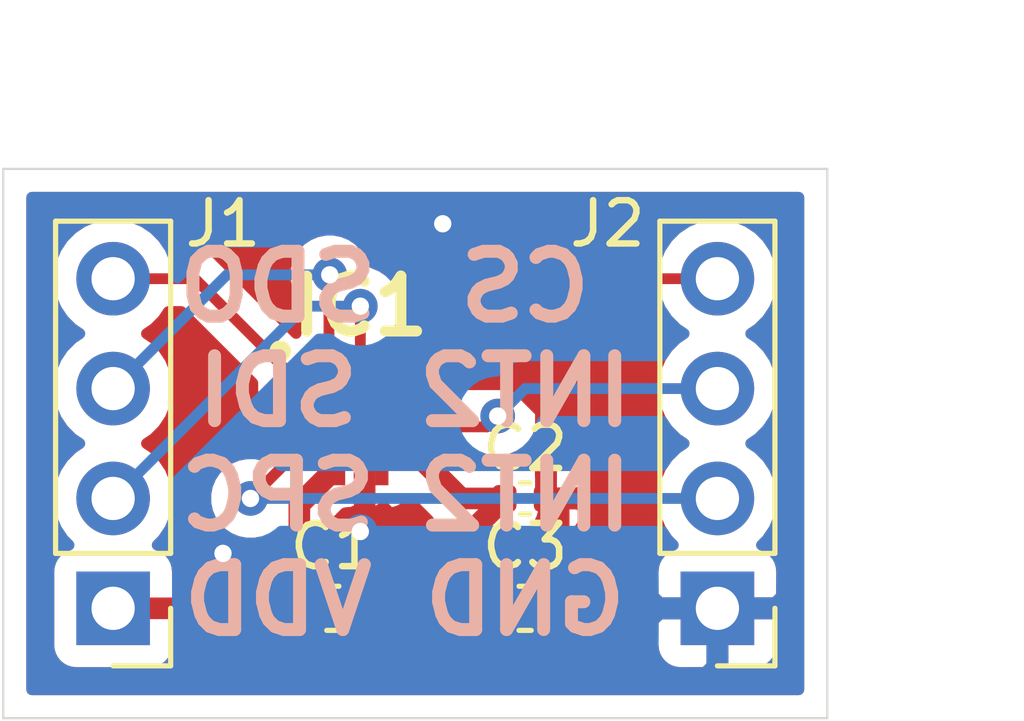
<source format=kicad_pcb>
(kicad_pcb (version 20171130) (host pcbnew 5.1.8-db9833491~87~ubuntu20.04.1)

  (general
    (thickness 1.6)
    (drawings 8)
    (tracks 55)
    (zones 0)
    (modules 6)
    (nets 12)
  )

  (page A4)
  (title_block
    (title ICM-42688-P_breakout)
    (date 2020-11-21)
    (rev V1.0.0)
    (company "teTra Aviation Corp.")
    (comment 1 "First test version")
    (comment 2 "Presented by Y. Nakagawa")
  )

  (layers
    (0 F.Cu signal)
    (31 B.Cu signal)
    (32 B.Adhes user)
    (33 F.Adhes user)
    (34 B.Paste user)
    (35 F.Paste user)
    (36 B.SilkS user)
    (37 F.SilkS user)
    (38 B.Mask user)
    (39 F.Mask user)
    (40 Dwgs.User user)
    (41 Cmts.User user)
    (42 Eco1.User user)
    (43 Eco2.User user)
    (44 Edge.Cuts user)
    (45 Margin user)
    (46 B.CrtYd user)
    (47 F.CrtYd user)
    (48 B.Fab user)
    (49 F.Fab user)
  )

  (setup
    (last_trace_width 0.25)
    (user_trace_width 0.5)
    (user_trace_width 0.75)
    (user_trace_width 1)
    (trace_clearance 0.2)
    (zone_clearance 0.508)
    (zone_45_only no)
    (trace_min 0.2)
    (via_size 0.8)
    (via_drill 0.4)
    (via_min_size 0.4)
    (via_min_drill 0.3)
    (uvia_size 0.3)
    (uvia_drill 0.1)
    (uvias_allowed no)
    (uvia_min_size 0.2)
    (uvia_min_drill 0.1)
    (edge_width 0.05)
    (segment_width 0.2)
    (pcb_text_width 0.3)
    (pcb_text_size 1.5 1.5)
    (mod_edge_width 0.12)
    (mod_text_size 1 1)
    (mod_text_width 0.15)
    (pad_size 1.524 1.524)
    (pad_drill 0.762)
    (pad_to_mask_clearance 0.05)
    (aux_axis_origin 0 0)
    (visible_elements FFFFFF7F)
    (pcbplotparams
      (layerselection 0x010fc_ffffffff)
      (usegerberextensions false)
      (usegerberattributes true)
      (usegerberadvancedattributes true)
      (creategerberjobfile true)
      (excludeedgelayer true)
      (linewidth 0.100000)
      (plotframeref false)
      (viasonmask false)
      (mode 1)
      (useauxorigin false)
      (hpglpennumber 1)
      (hpglpenspeed 20)
      (hpglpendiameter 15.000000)
      (psnegative false)
      (psa4output false)
      (plotreference true)
      (plotvalue true)
      (plotinvisibletext false)
      (padsonsilk false)
      (subtractmaskfromsilk false)
      (outputformat 1)
      (mirror false)
      (drillshape 0)
      (scaleselection 1)
      (outputdirectory "output/"))
  )

  (net 0 "")
  (net 1 "Net-(IC1-Pad14)")
  (net 2 "Net-(IC1-Pad13)")
  (net 3 "Net-(IC1-Pad12)")
  (net 4 "Net-(IC1-Pad10)")
  (net 5 "Net-(IC1-Pad9)")
  (net 6 "Net-(IC1-Pad4)")
  (net 7 "Net-(IC1-Pad3)")
  (net 8 "Net-(IC1-Pad2)")
  (net 9 "Net-(IC1-Pad1)")
  (net 10 "Net-(C1-Pad2)")
  (net 11 "Net-(C1-Pad1)")

  (net_class Default "This is the default net class."
    (clearance 0.2)
    (trace_width 0.25)
    (via_dia 0.8)
    (via_drill 0.4)
    (uvia_dia 0.3)
    (uvia_drill 0.1)
    (add_net "Net-(C1-Pad1)")
    (add_net "Net-(C1-Pad2)")
    (add_net "Net-(IC1-Pad1)")
    (add_net "Net-(IC1-Pad10)")
    (add_net "Net-(IC1-Pad12)")
    (add_net "Net-(IC1-Pad13)")
    (add_net "Net-(IC1-Pad14)")
    (add_net "Net-(IC1-Pad2)")
    (add_net "Net-(IC1-Pad3)")
    (add_net "Net-(IC1-Pad4)")
    (add_net "Net-(IC1-Pad9)")
  )

  (net_class 0.5 ""
    (clearance 0.2)
    (trace_width 0.5)
    (via_dia 0.8)
    (via_drill 0.4)
    (uvia_dia 0.3)
    (uvia_drill 0.1)
  )

  (net_class 1.0 ""
    (clearance 0.2)
    (trace_width 1)
    (via_dia 0.8)
    (via_drill 0.4)
    (uvia_dia 0.3)
    (uvia_drill 0.1)
  )

  (module Connector_PinHeader_2.54mm:PinHeader_1x04_P2.54mm_Vertical (layer F.Cu) (tedit 59FED5CC) (tstamp 5FB701DE)
    (at 142.875 94.615 180)
    (descr "Through hole straight pin header, 1x04, 2.54mm pitch, single row")
    (tags "Through hole pin header THT 1x04 2.54mm single row")
    (path /5FB69816)
    (fp_text reference J2 (at 2.54 8.89) (layer F.SilkS)
      (effects (font (size 1 1) (thickness 0.15)))
    )
    (fp_text value Conn_01x04_Female (at 0 9.95) (layer F.Fab) hide
      (effects (font (size 1 1) (thickness 0.15)))
    )
    (fp_line (start -0.635 -1.27) (end 1.27 -1.27) (layer F.Fab) (width 0.1))
    (fp_line (start 1.27 -1.27) (end 1.27 8.89) (layer F.Fab) (width 0.1))
    (fp_line (start 1.27 8.89) (end -1.27 8.89) (layer F.Fab) (width 0.1))
    (fp_line (start -1.27 8.89) (end -1.27 -0.635) (layer F.Fab) (width 0.1))
    (fp_line (start -1.27 -0.635) (end -0.635 -1.27) (layer F.Fab) (width 0.1))
    (fp_line (start -1.33 8.95) (end 1.33 8.95) (layer F.SilkS) (width 0.12))
    (fp_line (start -1.33 1.27) (end -1.33 8.95) (layer F.SilkS) (width 0.12))
    (fp_line (start 1.33 1.27) (end 1.33 8.95) (layer F.SilkS) (width 0.12))
    (fp_line (start -1.33 1.27) (end 1.33 1.27) (layer F.SilkS) (width 0.12))
    (fp_line (start -1.33 0) (end -1.33 -1.33) (layer F.SilkS) (width 0.12))
    (fp_line (start -1.33 -1.33) (end 0 -1.33) (layer F.SilkS) (width 0.12))
    (fp_line (start -1.8 -1.8) (end -1.8 9.4) (layer F.CrtYd) (width 0.05))
    (fp_line (start -1.8 9.4) (end 1.8 9.4) (layer F.CrtYd) (width 0.05))
    (fp_line (start 1.8 9.4) (end 1.8 -1.8) (layer F.CrtYd) (width 0.05))
    (fp_line (start 1.8 -1.8) (end -1.8 -1.8) (layer F.CrtYd) (width 0.05))
    (fp_text user %R (at 0 3.81 90) (layer F.Fab)
      (effects (font (size 1 1) (thickness 0.15)))
    )
    (pad 4 thru_hole oval (at 0 7.62 180) (size 1.7 1.7) (drill 1) (layers *.Cu *.Mask)
      (net 3 "Net-(IC1-Pad12)"))
    (pad 3 thru_hole oval (at 0 5.08 180) (size 1.7 1.7) (drill 1) (layers *.Cu *.Mask)
      (net 5 "Net-(IC1-Pad9)"))
    (pad 2 thru_hole oval (at 0 2.54 180) (size 1.7 1.7) (drill 1) (layers *.Cu *.Mask)
      (net 6 "Net-(IC1-Pad4)"))
    (pad 1 thru_hole rect (at 0 0 180) (size 1.7 1.7) (drill 1) (layers *.Cu *.Mask)
      (net 10 "Net-(C1-Pad2)"))
    (model ${KISYS3DMOD}/Connector_PinHeader_2.54mm.3dshapes/PinHeader_1x04_P2.54mm_Vertical.wrl
      (at (xyz 0 0 0))
      (scale (xyz 1 1 1))
      (rotate (xyz 0 0 0))
    )
  )

  (module Connector_PinHeader_2.54mm:PinHeader_1x04_P2.54mm_Vertical (layer F.Cu) (tedit 59FED5CC) (tstamp 5FB701C6)
    (at 128.905 94.615 180)
    (descr "Through hole straight pin header, 1x04, 2.54mm pitch, single row")
    (tags "Through hole pin header THT 1x04 2.54mm single row")
    (path /5FB68F7F)
    (fp_text reference J1 (at -2.54 8.89) (layer F.SilkS)
      (effects (font (size 1 1) (thickness 0.15)))
    )
    (fp_text value Conn_01x04_Female (at -8.255 8.255) (layer F.Fab) hide
      (effects (font (size 1 1) (thickness 0.15)))
    )
    (fp_line (start -0.635 -1.27) (end 1.27 -1.27) (layer F.Fab) (width 0.1))
    (fp_line (start 1.27 -1.27) (end 1.27 8.89) (layer F.Fab) (width 0.1))
    (fp_line (start 1.27 8.89) (end -1.27 8.89) (layer F.Fab) (width 0.1))
    (fp_line (start -1.27 8.89) (end -1.27 -0.635) (layer F.Fab) (width 0.1))
    (fp_line (start -1.27 -0.635) (end -0.635 -1.27) (layer F.Fab) (width 0.1))
    (fp_line (start -1.33 8.95) (end 1.33 8.95) (layer F.SilkS) (width 0.12))
    (fp_line (start -1.33 1.27) (end -1.33 8.95) (layer F.SilkS) (width 0.12))
    (fp_line (start 1.33 1.27) (end 1.33 8.95) (layer F.SilkS) (width 0.12))
    (fp_line (start -1.33 1.27) (end 1.33 1.27) (layer F.SilkS) (width 0.12))
    (fp_line (start -1.33 0) (end -1.33 -1.33) (layer F.SilkS) (width 0.12))
    (fp_line (start -1.33 -1.33) (end 0 -1.33) (layer F.SilkS) (width 0.12))
    (fp_line (start -1.8 -1.8) (end -1.8 9.4) (layer F.CrtYd) (width 0.05))
    (fp_line (start -1.8 9.4) (end 1.8 9.4) (layer F.CrtYd) (width 0.05))
    (fp_line (start 1.8 9.4) (end 1.8 -1.8) (layer F.CrtYd) (width 0.05))
    (fp_line (start 1.8 -1.8) (end -1.8 -1.8) (layer F.CrtYd) (width 0.05))
    (fp_text user %R (at 0 3.81 90) (layer F.Fab)
      (effects (font (size 1 1) (thickness 0.15)))
    )
    (pad 4 thru_hole oval (at 0 7.62 180) (size 1.7 1.7) (drill 1) (layers *.Cu *.Mask)
      (net 9 "Net-(IC1-Pad1)"))
    (pad 3 thru_hole oval (at 0 5.08 180) (size 1.7 1.7) (drill 1) (layers *.Cu *.Mask)
      (net 1 "Net-(IC1-Pad14)"))
    (pad 2 thru_hole oval (at 0 2.54 180) (size 1.7 1.7) (drill 1) (layers *.Cu *.Mask)
      (net 2 "Net-(IC1-Pad13)"))
    (pad 1 thru_hole rect (at 0 0 180) (size 1.7 1.7) (drill 1) (layers *.Cu *.Mask)
      (net 11 "Net-(C1-Pad1)"))
    (model ${KISYS3DMOD}/Connector_PinHeader_2.54mm.3dshapes/PinHeader_1x04_P2.54mm_Vertical.wrl
      (at (xyz 0 0 0))
      (scale (xyz 1 1 1))
      (rotate (xyz 0 0 0))
    )
  )

  (module Capacitor_SMD:C_0603_1608Metric (layer F.Cu) (tedit 5F68FEEE) (tstamp 5FB70176)
    (at 138.43 94.615)
    (descr "Capacitor SMD 0603 (1608 Metric), square (rectangular) end terminal, IPC_7351 nominal, (Body size source: IPC-SM-782 page 76, https://www.pcb-3d.com/wordpress/wp-content/uploads/ipc-sm-782a_amendment_1_and_2.pdf), generated with kicad-footprint-generator")
    (tags capacitor)
    (path /5FB6BB41)
    (attr smd)
    (fp_text reference C3 (at 0 -1.43) (layer F.SilkS)
      (effects (font (size 1 1) (thickness 0.15)))
    )
    (fp_text value 22uF (at 0 1.43) (layer F.Fab) hide
      (effects (font (size 1 1) (thickness 0.15)))
    )
    (fp_line (start -0.8 0.4) (end -0.8 -0.4) (layer F.Fab) (width 0.1))
    (fp_line (start -0.8 -0.4) (end 0.8 -0.4) (layer F.Fab) (width 0.1))
    (fp_line (start 0.8 -0.4) (end 0.8 0.4) (layer F.Fab) (width 0.1))
    (fp_line (start 0.8 0.4) (end -0.8 0.4) (layer F.Fab) (width 0.1))
    (fp_line (start -0.14058 -0.51) (end 0.14058 -0.51) (layer F.SilkS) (width 0.12))
    (fp_line (start -0.14058 0.51) (end 0.14058 0.51) (layer F.SilkS) (width 0.12))
    (fp_line (start -1.48 0.73) (end -1.48 -0.73) (layer F.CrtYd) (width 0.05))
    (fp_line (start -1.48 -0.73) (end 1.48 -0.73) (layer F.CrtYd) (width 0.05))
    (fp_line (start 1.48 -0.73) (end 1.48 0.73) (layer F.CrtYd) (width 0.05))
    (fp_line (start 1.48 0.73) (end -1.48 0.73) (layer F.CrtYd) (width 0.05))
    (fp_text user %R (at 0 0) (layer F.Fab)
      (effects (font (size 0.4 0.4) (thickness 0.06)))
    )
    (pad 2 smd roundrect (at 0.775 0) (size 0.9 0.95) (layers F.Cu F.Paste F.Mask) (roundrect_rratio 0.25)
      (net 10 "Net-(C1-Pad2)"))
    (pad 1 smd roundrect (at -0.775 0) (size 0.9 0.95) (layers F.Cu F.Paste F.Mask) (roundrect_rratio 0.25)
      (net 11 "Net-(C1-Pad1)"))
    (model ${KISYS3DMOD}/Capacitor_SMD.3dshapes/C_0603_1608Metric.wrl
      (at (xyz 0 0 0))
      (scale (xyz 1 1 1))
      (rotate (xyz 0 0 0))
    )
  )

  (module Capacitor_SMD:C_0402_1005Metric (layer F.Cu) (tedit 5F68FEEE) (tstamp 5FB70165)
    (at 138.43 92.075)
    (descr "Capacitor SMD 0402 (1005 Metric), square (rectangular) end terminal, IPC_7351 nominal, (Body size source: IPC-SM-782 page 76, https://www.pcb-3d.com/wordpress/wp-content/uploads/ipc-sm-782a_amendment_1_and_2.pdf), generated with kicad-footprint-generator")
    (tags capacitor)
    (path /5FB6ADE9)
    (attr smd)
    (fp_text reference C2 (at 0 -1.16) (layer F.SilkS)
      (effects (font (size 1 1) (thickness 0.15)))
    )
    (fp_text value 0.1uF (at 0 1.16) (layer F.Fab) hide
      (effects (font (size 1 1) (thickness 0.15)))
    )
    (fp_line (start -0.5 0.25) (end -0.5 -0.25) (layer F.Fab) (width 0.1))
    (fp_line (start -0.5 -0.25) (end 0.5 -0.25) (layer F.Fab) (width 0.1))
    (fp_line (start 0.5 -0.25) (end 0.5 0.25) (layer F.Fab) (width 0.1))
    (fp_line (start 0.5 0.25) (end -0.5 0.25) (layer F.Fab) (width 0.1))
    (fp_line (start -0.107836 -0.36) (end 0.107836 -0.36) (layer F.SilkS) (width 0.12))
    (fp_line (start -0.107836 0.36) (end 0.107836 0.36) (layer F.SilkS) (width 0.12))
    (fp_line (start -0.91 0.46) (end -0.91 -0.46) (layer F.CrtYd) (width 0.05))
    (fp_line (start -0.91 -0.46) (end 0.91 -0.46) (layer F.CrtYd) (width 0.05))
    (fp_line (start 0.91 -0.46) (end 0.91 0.46) (layer F.CrtYd) (width 0.05))
    (fp_line (start 0.91 0.46) (end -0.91 0.46) (layer F.CrtYd) (width 0.05))
    (fp_text user %R (at 0 0) (layer F.Fab)
      (effects (font (size 0.25 0.25) (thickness 0.04)))
    )
    (pad 2 smd roundrect (at 0.48 0) (size 0.56 0.62) (layers F.Cu F.Paste F.Mask) (roundrect_rratio 0.25)
      (net 10 "Net-(C1-Pad2)"))
    (pad 1 smd roundrect (at -0.48 0) (size 0.56 0.62) (layers F.Cu F.Paste F.Mask) (roundrect_rratio 0.25)
      (net 11 "Net-(C1-Pad1)"))
    (model ${KISYS3DMOD}/Capacitor_SMD.3dshapes/C_0402_1005Metric.wrl
      (at (xyz 0 0 0))
      (scale (xyz 1 1 1))
      (rotate (xyz 0 0 0))
    )
  )

  (module Capacitor_SMD:C_0603_1608Metric (layer F.Cu) (tedit 5F68FEEE) (tstamp 5FB70154)
    (at 133.985 94.615)
    (descr "Capacitor SMD 0603 (1608 Metric), square (rectangular) end terminal, IPC_7351 nominal, (Body size source: IPC-SM-782 page 76, https://www.pcb-3d.com/wordpress/wp-content/uploads/ipc-sm-782a_amendment_1_and_2.pdf), generated with kicad-footprint-generator")
    (tags capacitor)
    (path /5FB6B367)
    (attr smd)
    (fp_text reference C1 (at 0 -1.43) (layer F.SilkS)
      (effects (font (size 1 1) (thickness 0.15)))
    )
    (fp_text value 0.01uF (at 0 1.43) (layer F.Fab) hide
      (effects (font (size 1 1) (thickness 0.15)))
    )
    (fp_line (start -0.8 0.4) (end -0.8 -0.4) (layer F.Fab) (width 0.1))
    (fp_line (start -0.8 -0.4) (end 0.8 -0.4) (layer F.Fab) (width 0.1))
    (fp_line (start 0.8 -0.4) (end 0.8 0.4) (layer F.Fab) (width 0.1))
    (fp_line (start 0.8 0.4) (end -0.8 0.4) (layer F.Fab) (width 0.1))
    (fp_line (start -0.14058 -0.51) (end 0.14058 -0.51) (layer F.SilkS) (width 0.12))
    (fp_line (start -0.14058 0.51) (end 0.14058 0.51) (layer F.SilkS) (width 0.12))
    (fp_line (start -1.48 0.73) (end -1.48 -0.73) (layer F.CrtYd) (width 0.05))
    (fp_line (start -1.48 -0.73) (end 1.48 -0.73) (layer F.CrtYd) (width 0.05))
    (fp_line (start 1.48 -0.73) (end 1.48 0.73) (layer F.CrtYd) (width 0.05))
    (fp_line (start 1.48 0.73) (end -1.48 0.73) (layer F.CrtYd) (width 0.05))
    (fp_text user %R (at 0 0) (layer F.Fab)
      (effects (font (size 0.4 0.4) (thickness 0.06)))
    )
    (pad 2 smd roundrect (at 0.775 0) (size 0.9 0.95) (layers F.Cu F.Paste F.Mask) (roundrect_rratio 0.25)
      (net 10 "Net-(C1-Pad2)"))
    (pad 1 smd roundrect (at -0.775 0) (size 0.9 0.95) (layers F.Cu F.Paste F.Mask) (roundrect_rratio 0.25)
      (net 11 "Net-(C1-Pad1)"))
    (model ${KISYS3DMOD}/Capacitor_SMD.3dshapes/C_0603_1608Metric.wrl
      (at (xyz 0 0 0))
      (scale (xyz 1 1 1))
      (rotate (xyz 0 0 0))
    )
  )

  (module LibraryLoader:QFN50P300X250X97-14N (layer F.Cu) (tedit 0) (tstamp 5F7DFBDC)
    (at 134.62 90.17)
    (descr "14 Lead LGA")
    (tags "Integrated Circuit")
    (path /5F7D9925)
    (attr smd)
    (fp_text reference IC1 (at 0 -2.54) (layer F.SilkS)
      (effects (font (size 1.27 1.27) (thickness 0.254)))
    )
    (fp_text value ICM-42688-P (at 0 0) (layer F.SilkS) hide
      (effects (font (size 1.27 1.27) (thickness 0.254)))
    )
    (fp_circle (center -1.85 -1.5) (end -1.85 -1.375) (layer F.SilkS) (width 0.25))
    (fp_line (start -1.5 -0.75) (end -1 -1.25) (layer F.Fab) (width 0.1))
    (fp_line (start -1.5 1.25) (end -1.5 -1.25) (layer F.Fab) (width 0.1))
    (fp_line (start 1.5 1.25) (end -1.5 1.25) (layer F.Fab) (width 0.1))
    (fp_line (start 1.5 -1.25) (end 1.5 1.25) (layer F.Fab) (width 0.1))
    (fp_line (start -1.5 -1.25) (end 1.5 -1.25) (layer F.Fab) (width 0.1))
    (fp_line (start -2.1 1.85) (end -2.1 -1.85) (layer F.CrtYd) (width 0.05))
    (fp_line (start 2.1 1.85) (end -2.1 1.85) (layer F.CrtYd) (width 0.05))
    (fp_line (start 2.1 -1.85) (end 2.1 1.85) (layer F.CrtYd) (width 0.05))
    (fp_line (start -2.1 -1.85) (end 2.1 -1.85) (layer F.CrtYd) (width 0.05))
    (fp_text user %R (at 3.81 -3.175) (layer F.Fab) hide
      (effects (font (size 1.27 1.27) (thickness 0.254)))
    )
    (pad 14 smd rect (at -0.5 -1.15) (size 0.3 0.9) (layers F.Cu F.Paste F.Mask)
      (net 1 "Net-(IC1-Pad14)"))
    (pad 13 smd rect (at 0 -1.15) (size 0.3 0.9) (layers F.Cu F.Paste F.Mask)
      (net 2 "Net-(IC1-Pad13)"))
    (pad 12 smd rect (at 0.5 -1.15) (size 0.3 0.9) (layers F.Cu F.Paste F.Mask)
      (net 3 "Net-(IC1-Pad12)"))
    (pad 11 smd rect (at 1.4 -0.75 90) (size 0.3 0.9) (layers F.Cu F.Paste F.Mask)
      (net 10 "Net-(C1-Pad2)"))
    (pad 10 smd rect (at 1.4 -0.25 90) (size 0.3 0.9) (layers F.Cu F.Paste F.Mask)
      (net 4 "Net-(IC1-Pad10)"))
    (pad 9 smd rect (at 1.4 0.25 90) (size 0.3 0.9) (layers F.Cu F.Paste F.Mask)
      (net 5 "Net-(IC1-Pad9)"))
    (pad 8 smd rect (at 1.4 0.75 90) (size 0.3 0.9) (layers F.Cu F.Paste F.Mask)
      (net 11 "Net-(C1-Pad1)"))
    (pad 7 smd rect (at 0.5 1.15) (size 0.3 0.9) (layers F.Cu F.Paste F.Mask)
      (net 10 "Net-(C1-Pad2)"))
    (pad 6 smd rect (at 0 1.15) (size 0.3 0.9) (layers F.Cu F.Paste F.Mask)
      (net 10 "Net-(C1-Pad2)"))
    (pad 5 smd rect (at -0.5 1.15) (size 0.3 0.9) (layers F.Cu F.Paste F.Mask)
      (net 11 "Net-(C1-Pad1)"))
    (pad 4 smd rect (at -1.4 0.75 90) (size 0.3 0.9) (layers F.Cu F.Paste F.Mask)
      (net 6 "Net-(IC1-Pad4)"))
    (pad 3 smd rect (at -1.4 0.25 90) (size 0.3 0.9) (layers F.Cu F.Paste F.Mask)
      (net 7 "Net-(IC1-Pad3)"))
    (pad 2 smd rect (at -1.4 -0.25 90) (size 0.3 0.9) (layers F.Cu F.Paste F.Mask)
      (net 8 "Net-(IC1-Pad2)"))
    (pad 1 smd rect (at -1.4 -0.75 90) (size 0.3 0.9) (layers F.Cu F.Paste F.Mask)
      (net 9 "Net-(IC1-Pad1)"))
    (model C:\SamacSys_PCB_Library\KiCad\SamacSys_Parts.3dshapes\ICM-42688-P.stp
      (at (xyz 0 0 0))
      (scale (xyz 1 1 1))
      (rotate (xyz 0 0 0))
    )
  )

  (dimension 12.7 (width 0.15) (layer Dwgs.User)
    (gr_text "12.700 mm" (at 148.62 90.805 270) (layer Dwgs.User)
      (effects (font (size 1 1) (thickness 0.15)))
    )
    (feature1 (pts (xy 145.415 97.155) (xy 147.906421 97.155)))
    (feature2 (pts (xy 145.415 84.455) (xy 147.906421 84.455)))
    (crossbar (pts (xy 147.32 84.455) (xy 147.32 97.155)))
    (arrow1a (pts (xy 147.32 97.155) (xy 146.733579 96.028496)))
    (arrow1b (pts (xy 147.32 97.155) (xy 147.906421 96.028496)))
    (arrow2a (pts (xy 147.32 84.455) (xy 146.733579 85.581504)))
    (arrow2b (pts (xy 147.32 84.455) (xy 147.906421 85.581504)))
  )
  (dimension 19.05 (width 0.15) (layer Dwgs.User)
    (gr_text "19.050 mm" (at 135.89 81.25) (layer Dwgs.User)
      (effects (font (size 1 1) (thickness 0.15)))
    )
    (feature1 (pts (xy 145.415 84.455) (xy 145.415 81.963579)))
    (feature2 (pts (xy 126.365 84.455) (xy 126.365 81.963579)))
    (crossbar (pts (xy 126.365 82.55) (xy 145.415 82.55)))
    (arrow1a (pts (xy 145.415 82.55) (xy 144.288496 83.136421)))
    (arrow1b (pts (xy 145.415 82.55) (xy 144.288496 81.963579)))
    (arrow2a (pts (xy 126.365 82.55) (xy 127.491504 83.136421)))
    (arrow2b (pts (xy 126.365 82.55) (xy 127.491504 81.963579)))
  )
  (gr_line (start 145.415 84.455) (end 126.365 84.455) (layer Edge.Cuts) (width 0.05) (tstamp 5FB8C2D9))
  (gr_line (start 145.415 97.155) (end 145.415 84.455) (layer Edge.Cuts) (width 0.05))
  (gr_line (start 126.365 97.155) (end 145.415 97.155) (layer Edge.Cuts) (width 0.05))
  (gr_line (start 126.365 84.455) (end 126.365 97.155) (layer Edge.Cuts) (width 0.05))
  (gr_text "CS\nINT2\nINT2\nGND" (at 138.43 90.805) (layer B.SilkS)
    (effects (font (size 1.5 1.5) (thickness 0.3)) (justify mirror))
  )
  (gr_text "SDO\nSDI\nSPC\nVDD" (at 132.715 90.805) (layer B.SilkS)
    (effects (font (size 1.5 1.5) (thickness 0.3)) (justify mirror))
  )

  (via (at 133.912892 86.905) (size 0.8) (drill 0.4) (layers F.Cu B.Cu) (net 1))
  (segment (start 131.535 86.905) (end 133.912892 86.905) (width 0.25) (layer B.Cu) (net 1))
  (segment (start 128.905 89.535) (end 131.535 86.905) (width 0.25) (layer B.Cu) (net 1))
  (segment (start 133.894999 87.281999) (end 133.894999 88.794999) (width 0.25) (layer F.Cu) (net 1))
  (segment (start 133.894999 88.794999) (end 134.12 89.02) (width 0.25) (layer F.Cu) (net 1))
  (segment (start 133.912892 87.264106) (end 133.894999 87.281999) (width 0.25) (layer F.Cu) (net 1))
  (segment (start 133.912892 86.905) (end 133.912892 87.264106) (width 0.25) (layer F.Cu) (net 1))
  (via (at 134.62 87.63) (size 0.8) (drill 0.4) (layers F.Cu B.Cu) (net 2))
  (segment (start 133.35 87.63) (end 134.62 87.63) (width 0.25) (layer B.Cu) (net 2))
  (segment (start 128.905 92.075) (end 133.35 87.63) (width 0.25) (layer B.Cu) (net 2))
  (segment (start 134.62 87.63) (end 134.62 89.02) (width 0.25) (layer F.Cu) (net 2))
  (segment (start 137.145 86.995) (end 135.12 89.02) (width 0.25) (layer F.Cu) (net 3))
  (segment (start 142.875 86.995) (end 137.145 86.995) (width 0.25) (layer F.Cu) (net 3))
  (via (at 137.795 90.17) (size 0.8) (drill 0.4) (layers F.Cu B.Cu) (net 5))
  (segment (start 138.43 89.535) (end 137.795 90.17) (width 0.25) (layer B.Cu) (net 5))
  (segment (start 142.875 89.535) (end 138.43 89.535) (width 0.25) (layer B.Cu) (net 5))
  (segment (start 137.545 90.42) (end 136.02 90.42) (width 0.25) (layer F.Cu) (net 5))
  (segment (start 137.795 90.17) (end 137.545 90.42) (width 0.25) (layer F.Cu) (net 5))
  (via (at 132.08 92.075) (size 0.8) (drill 0.4) (layers F.Cu B.Cu) (net 6))
  (segment (start 133.22 90.935) (end 132.08 92.075) (width 0.25) (layer F.Cu) (net 6))
  (segment (start 133.22 90.92) (end 133.22 90.935) (width 0.25) (layer F.Cu) (net 6))
  (segment (start 132.08 92.075) (end 142.875 92.075) (width 0.25) (layer B.Cu) (net 6))
  (segment (start 130.795 86.995) (end 133.22 89.42) (width 0.25) (layer F.Cu) (net 9))
  (segment (start 128.905 86.995) (end 130.795 86.995) (width 0.25) (layer F.Cu) (net 9))
  (segment (start 142.875 94.615) (end 139.205 94.615) (width 0.5) (layer F.Cu) (net 10))
  (segment (start 139.205 92.37) (end 138.91 92.075) (width 0.5) (layer F.Cu) (net 10))
  (segment (start 139.205 94.615) (end 139.205 92.37) (width 0.5) (layer F.Cu) (net 10))
  (segment (start 135.68501 95.54001) (end 134.76 94.615) (width 0.5) (layer F.Cu) (net 10))
  (segment (start 138.27999 95.54001) (end 135.68501 95.54001) (width 0.5) (layer F.Cu) (net 10))
  (segment (start 139.205 94.615) (end 138.27999 95.54001) (width 0.5) (layer F.Cu) (net 10))
  (via (at 134.62 92.83999) (size 0.8) (drill 0.4) (layers F.Cu B.Cu) (net 10))
  (segment (start 136.39501 94.615) (end 134.62 92.83999) (width 0.5) (layer B.Cu) (net 10))
  (segment (start 142.875 94.615) (end 136.39501 94.615) (width 0.5) (layer B.Cu) (net 10))
  (segment (start 134.720001 92.739989) (end 134.720001 91.32) (width 0.5) (layer F.Cu) (net 10))
  (segment (start 134.62 92.83999) (end 134.720001 92.739989) (width 0.5) (layer F.Cu) (net 10))
  (segment (start 136.830001 89.319999) (end 136.02 89.319999) (width 0.5) (layer F.Cu) (net 10))
  (segment (start 138.203001 89.319999) (end 136.830001 89.319999) (width 0.5) (layer F.Cu) (net 10))
  (segment (start 138.91 90.026998) (end 138.203001 89.319999) (width 0.5) (layer F.Cu) (net 10))
  (segment (start 138.91 92.075) (end 138.91 90.026998) (width 0.5) (layer F.Cu) (net 10))
  (via (at 136.525 85.725) (size 0.8) (drill 0.4) (layers F.Cu B.Cu) (net 10))
  (via (at 131.445 93.345) (size 0.8) (drill 0.4) (layers F.Cu B.Cu) (net 10))
  (segment (start 128.905 94.615) (end 133.21 94.615) (width 0.5) (layer F.Cu) (net 11))
  (segment (start 133.36001 93.68999) (end 133.21 93.84) (width 0.5) (layer F.Cu) (net 11))
  (segment (start 136.72999 93.68999) (end 133.36001 93.68999) (width 0.5) (layer F.Cu) (net 11))
  (segment (start 137.655 94.615) (end 136.72999 93.68999) (width 0.5) (layer F.Cu) (net 11))
  (segment (start 133.21 94.615) (end 133.21 93.84) (width 0.5) (layer F.Cu) (net 11))
  (segment (start 136.72999 93.29501) (end 137.95 92.075) (width 0.5) (layer F.Cu) (net 11))
  (segment (start 136.72999 93.68999) (end 136.72999 93.29501) (width 0.5) (layer F.Cu) (net 11))
  (segment (start 137.95 92.075) (end 136.944999 92.075) (width 0.5) (layer F.Cu) (net 11))
  (segment (start 136.02 91.150001) (end 136.02 91.020001) (width 0.5) (layer F.Cu) (net 11))
  (segment (start 136.944999 92.075) (end 136.02 91.150001) (width 0.5) (layer F.Cu) (net 11))
  (segment (start 133.21 94.615) (end 133.21 92.215) (width 0.5) (layer F.Cu) (net 11))
  (segment (start 133.21 92.215) (end 133.904999 91.520001) (width 0.5) (layer F.Cu) (net 11))
  (segment (start 133.919999 91.520001) (end 134.12 91.32) (width 0.25) (layer F.Cu) (net 11))
  (segment (start 133.904999 91.520001) (end 133.919999 91.520001) (width 0.25) (layer F.Cu) (net 11))

  (zone (net 10) (net_name "Net-(C1-Pad2)") (layer B.Cu) (tstamp 5FB8C57E) (hatch edge 0.508)
    (connect_pads (clearance 0.508))
    (min_thickness 0.254)
    (fill yes (arc_segments 32) (thermal_gap 0.508) (thermal_bridge_width 0.508))
    (polygon
      (pts
        (xy 145.415 97.155) (xy 126.365 97.155) (xy 126.365 84.455) (xy 145.415 84.455)
      )
    )
    (filled_polygon
      (pts
        (xy 144.755 96.495) (xy 127.025 96.495) (xy 127.025 93.765) (xy 127.416928 93.765) (xy 127.416928 95.465)
        (xy 127.429188 95.589482) (xy 127.465498 95.70918) (xy 127.524463 95.819494) (xy 127.603815 95.916185) (xy 127.700506 95.995537)
        (xy 127.81082 96.054502) (xy 127.930518 96.090812) (xy 128.055 96.103072) (xy 129.755 96.103072) (xy 129.879482 96.090812)
        (xy 129.99918 96.054502) (xy 130.109494 95.995537) (xy 130.206185 95.916185) (xy 130.285537 95.819494) (xy 130.344502 95.70918)
        (xy 130.380812 95.589482) (xy 130.393072 95.465) (xy 141.386928 95.465) (xy 141.399188 95.589482) (xy 141.435498 95.70918)
        (xy 141.494463 95.819494) (xy 141.573815 95.916185) (xy 141.670506 95.995537) (xy 141.78082 96.054502) (xy 141.900518 96.090812)
        (xy 142.025 96.103072) (xy 142.58925 96.1) (xy 142.748 95.94125) (xy 142.748 94.742) (xy 143.002 94.742)
        (xy 143.002 95.94125) (xy 143.16075 96.1) (xy 143.725 96.103072) (xy 143.849482 96.090812) (xy 143.96918 96.054502)
        (xy 144.079494 95.995537) (xy 144.176185 95.916185) (xy 144.255537 95.819494) (xy 144.314502 95.70918) (xy 144.350812 95.589482)
        (xy 144.363072 95.465) (xy 144.36 94.90075) (xy 144.20125 94.742) (xy 143.002 94.742) (xy 142.748 94.742)
        (xy 141.54875 94.742) (xy 141.39 94.90075) (xy 141.386928 95.465) (xy 130.393072 95.465) (xy 130.393072 93.765)
        (xy 130.380812 93.640518) (xy 130.344502 93.52082) (xy 130.285537 93.410506) (xy 130.206185 93.313815) (xy 130.109494 93.234463)
        (xy 129.99918 93.175498) (xy 129.92662 93.153487) (xy 130.058475 93.021632) (xy 130.22099 92.778411) (xy 130.332932 92.508158)
        (xy 130.39 92.22126) (xy 130.39 91.973061) (xy 131.045 91.973061) (xy 131.045 92.176939) (xy 131.084774 92.376898)
        (xy 131.162795 92.565256) (xy 131.276063 92.734774) (xy 131.420226 92.878937) (xy 131.589744 92.992205) (xy 131.778102 93.070226)
        (xy 131.978061 93.11) (xy 132.181939 93.11) (xy 132.381898 93.070226) (xy 132.570256 92.992205) (xy 132.739774 92.878937)
        (xy 132.783711 92.835) (xy 141.596822 92.835) (xy 141.721525 93.021632) (xy 141.85338 93.153487) (xy 141.78082 93.175498)
        (xy 141.670506 93.234463) (xy 141.573815 93.313815) (xy 141.494463 93.410506) (xy 141.435498 93.52082) (xy 141.399188 93.640518)
        (xy 141.386928 93.765) (xy 141.39 94.32925) (xy 141.54875 94.488) (xy 142.748 94.488) (xy 142.748 94.468)
        (xy 143.002 94.468) (xy 143.002 94.488) (xy 144.20125 94.488) (xy 144.36 94.32925) (xy 144.363072 93.765)
        (xy 144.350812 93.640518) (xy 144.314502 93.52082) (xy 144.255537 93.410506) (xy 144.176185 93.313815) (xy 144.079494 93.234463)
        (xy 143.96918 93.175498) (xy 143.89662 93.153487) (xy 144.028475 93.021632) (xy 144.19099 92.778411) (xy 144.302932 92.508158)
        (xy 144.36 92.22126) (xy 144.36 91.92874) (xy 144.302932 91.641842) (xy 144.19099 91.371589) (xy 144.028475 91.128368)
        (xy 143.821632 90.921525) (xy 143.64724 90.805) (xy 143.821632 90.688475) (xy 144.028475 90.481632) (xy 144.19099 90.238411)
        (xy 144.302932 89.968158) (xy 144.36 89.68126) (xy 144.36 89.38874) (xy 144.302932 89.101842) (xy 144.19099 88.831589)
        (xy 144.028475 88.588368) (xy 143.821632 88.381525) (xy 143.64724 88.265) (xy 143.821632 88.148475) (xy 144.028475 87.941632)
        (xy 144.19099 87.698411) (xy 144.302932 87.428158) (xy 144.36 87.14126) (xy 144.36 86.84874) (xy 144.302932 86.561842)
        (xy 144.19099 86.291589) (xy 144.028475 86.048368) (xy 143.821632 85.841525) (xy 143.578411 85.67901) (xy 143.308158 85.567068)
        (xy 143.02126 85.51) (xy 142.72874 85.51) (xy 142.441842 85.567068) (xy 142.171589 85.67901) (xy 141.928368 85.841525)
        (xy 141.721525 86.048368) (xy 141.55901 86.291589) (xy 141.447068 86.561842) (xy 141.39 86.84874) (xy 141.39 87.14126)
        (xy 141.447068 87.428158) (xy 141.55901 87.698411) (xy 141.721525 87.941632) (xy 141.928368 88.148475) (xy 142.10276 88.265)
        (xy 141.928368 88.381525) (xy 141.721525 88.588368) (xy 141.596822 88.775) (xy 138.467333 88.775) (xy 138.43 88.771323)
        (xy 138.392667 88.775) (xy 138.281014 88.785997) (xy 138.137753 88.829454) (xy 138.005724 88.900026) (xy 137.889999 88.994999)
        (xy 137.8662 89.023998) (xy 137.755198 89.135) (xy 137.693061 89.135) (xy 137.493102 89.174774) (xy 137.304744 89.252795)
        (xy 137.135226 89.366063) (xy 136.991063 89.510226) (xy 136.877795 89.679744) (xy 136.799774 89.868102) (xy 136.76 90.068061)
        (xy 136.76 90.271939) (xy 136.799774 90.471898) (xy 136.877795 90.660256) (xy 136.991063 90.829774) (xy 137.135226 90.973937)
        (xy 137.304744 91.087205) (xy 137.493102 91.165226) (xy 137.693061 91.205) (xy 137.896939 91.205) (xy 138.096898 91.165226)
        (xy 138.285256 91.087205) (xy 138.454774 90.973937) (xy 138.598937 90.829774) (xy 138.712205 90.660256) (xy 138.790226 90.471898)
        (xy 138.825413 90.295) (xy 141.596822 90.295) (xy 141.721525 90.481632) (xy 141.928368 90.688475) (xy 142.10276 90.805)
        (xy 141.928368 90.921525) (xy 141.721525 91.128368) (xy 141.596822 91.315) (xy 132.783711 91.315) (xy 132.739774 91.271063)
        (xy 132.570256 91.157795) (xy 132.381898 91.079774) (xy 132.181939 91.04) (xy 131.978061 91.04) (xy 131.778102 91.079774)
        (xy 131.589744 91.157795) (xy 131.420226 91.271063) (xy 131.276063 91.415226) (xy 131.162795 91.584744) (xy 131.084774 91.773102)
        (xy 131.045 91.973061) (xy 130.39 91.973061) (xy 130.39 91.92874) (xy 130.346209 91.708592) (xy 133.664802 88.39)
        (xy 133.916289 88.39) (xy 133.960226 88.433937) (xy 134.129744 88.547205) (xy 134.318102 88.625226) (xy 134.518061 88.665)
        (xy 134.721939 88.665) (xy 134.921898 88.625226) (xy 135.110256 88.547205) (xy 135.279774 88.433937) (xy 135.423937 88.289774)
        (xy 135.537205 88.120256) (xy 135.615226 87.931898) (xy 135.655 87.731939) (xy 135.655 87.528061) (xy 135.615226 87.328102)
        (xy 135.537205 87.139744) (xy 135.423937 86.970226) (xy 135.279774 86.826063) (xy 135.110256 86.712795) (xy 134.921898 86.634774)
        (xy 134.91411 86.633225) (xy 134.908118 86.603102) (xy 134.830097 86.414744) (xy 134.716829 86.245226) (xy 134.572666 86.101063)
        (xy 134.403148 85.987795) (xy 134.21479 85.909774) (xy 134.014831 85.87) (xy 133.810953 85.87) (xy 133.610994 85.909774)
        (xy 133.422636 85.987795) (xy 133.253118 86.101063) (xy 133.209181 86.145) (xy 131.572325 86.145) (xy 131.535 86.141324)
        (xy 131.497675 86.145) (xy 131.497667 86.145) (xy 131.386014 86.155997) (xy 131.242753 86.199454) (xy 131.110724 86.270026)
        (xy 130.994999 86.364999) (xy 130.971201 86.393997) (xy 130.39 86.975198) (xy 130.39 86.84874) (xy 130.332932 86.561842)
        (xy 130.22099 86.291589) (xy 130.058475 86.048368) (xy 129.851632 85.841525) (xy 129.608411 85.67901) (xy 129.338158 85.567068)
        (xy 129.05126 85.51) (xy 128.75874 85.51) (xy 128.471842 85.567068) (xy 128.201589 85.67901) (xy 127.958368 85.841525)
        (xy 127.751525 86.048368) (xy 127.58901 86.291589) (xy 127.477068 86.561842) (xy 127.42 86.84874) (xy 127.42 87.14126)
        (xy 127.477068 87.428158) (xy 127.58901 87.698411) (xy 127.751525 87.941632) (xy 127.958368 88.148475) (xy 128.13276 88.265)
        (xy 127.958368 88.381525) (xy 127.751525 88.588368) (xy 127.58901 88.831589) (xy 127.477068 89.101842) (xy 127.42 89.38874)
        (xy 127.42 89.68126) (xy 127.477068 89.968158) (xy 127.58901 90.238411) (xy 127.751525 90.481632) (xy 127.958368 90.688475)
        (xy 128.13276 90.805) (xy 127.958368 90.921525) (xy 127.751525 91.128368) (xy 127.58901 91.371589) (xy 127.477068 91.641842)
        (xy 127.42 91.92874) (xy 127.42 92.22126) (xy 127.477068 92.508158) (xy 127.58901 92.778411) (xy 127.751525 93.021632)
        (xy 127.88338 93.153487) (xy 127.81082 93.175498) (xy 127.700506 93.234463) (xy 127.603815 93.313815) (xy 127.524463 93.410506)
        (xy 127.465498 93.52082) (xy 127.429188 93.640518) (xy 127.416928 93.765) (xy 127.025 93.765) (xy 127.025 85.115)
        (xy 144.755001 85.115)
      )
    )
  )
  (zone (net 10) (net_name "Net-(C1-Pad2)") (layer F.Cu) (tstamp 5FB8C57B) (hatch edge 0.508)
    (connect_pads (clearance 0.508))
    (min_thickness 0.254)
    (fill yes (arc_segments 32) (thermal_gap 0.508) (thermal_bridge_width 0.508))
    (polygon
      (pts
        (xy 145.415 97.155) (xy 126.365 97.155) (xy 126.365 84.455) (xy 145.415 84.455)
      )
    )
    (filled_polygon
      (pts
        (xy 144.755 96.495) (xy 127.025 96.495) (xy 127.025 93.765) (xy 127.416928 93.765) (xy 127.416928 95.465)
        (xy 127.429188 95.589482) (xy 127.465498 95.70918) (xy 127.524463 95.819494) (xy 127.603815 95.916185) (xy 127.700506 95.995537)
        (xy 127.81082 96.054502) (xy 127.930518 96.090812) (xy 128.055 96.103072) (xy 129.755 96.103072) (xy 129.879482 96.090812)
        (xy 129.99918 96.054502) (xy 130.109494 95.995537) (xy 130.206185 95.916185) (xy 130.285537 95.819494) (xy 130.344502 95.70918)
        (xy 130.380812 95.589482) (xy 130.389625 95.5) (xy 132.404833 95.5) (xy 132.505503 95.582618) (xy 132.654717 95.662375)
        (xy 132.816623 95.711488) (xy 132.985 95.728072) (xy 133.435 95.728072) (xy 133.603377 95.711488) (xy 133.765283 95.662375)
        (xy 133.911351 95.5843) (xy 133.955506 95.620537) (xy 134.06582 95.679502) (xy 134.185518 95.715812) (xy 134.31 95.728072)
        (xy 134.47425 95.725) (xy 134.633 95.56625) (xy 134.633 94.742) (xy 134.887 94.742) (xy 134.887 95.56625)
        (xy 135.04575 95.725) (xy 135.21 95.728072) (xy 135.334482 95.715812) (xy 135.45418 95.679502) (xy 135.564494 95.620537)
        (xy 135.661185 95.541185) (xy 135.740537 95.444494) (xy 135.799502 95.33418) (xy 135.835812 95.214482) (xy 135.848072 95.09)
        (xy 135.845 94.90075) (xy 135.68625 94.742) (xy 134.887 94.742) (xy 134.633 94.742) (xy 134.613 94.742)
        (xy 134.613 94.57499) (xy 136.363412 94.57499) (xy 136.566928 94.778507) (xy 136.566928 94.865) (xy 136.583512 95.033377)
        (xy 136.632625 95.195283) (xy 136.712382 95.344497) (xy 136.819716 95.475284) (xy 136.950503 95.582618) (xy 137.099717 95.662375)
        (xy 137.261623 95.711488) (xy 137.43 95.728072) (xy 137.88 95.728072) (xy 138.048377 95.711488) (xy 138.210283 95.662375)
        (xy 138.356351 95.5843) (xy 138.400506 95.620537) (xy 138.51082 95.679502) (xy 138.630518 95.715812) (xy 138.755 95.728072)
        (xy 138.91925 95.725) (xy 139.078 95.56625) (xy 139.078 94.742) (xy 139.332 94.742) (xy 139.332 95.56625)
        (xy 139.49075 95.725) (xy 139.655 95.728072) (xy 139.779482 95.715812) (xy 139.89918 95.679502) (xy 140.009494 95.620537)
        (xy 140.106185 95.541185) (xy 140.168708 95.465) (xy 141.386928 95.465) (xy 141.399188 95.589482) (xy 141.435498 95.70918)
        (xy 141.494463 95.819494) (xy 141.573815 95.916185) (xy 141.670506 95.995537) (xy 141.78082 96.054502) (xy 141.900518 96.090812)
        (xy 142.025 96.103072) (xy 142.58925 96.1) (xy 142.748 95.94125) (xy 142.748 94.742) (xy 143.002 94.742)
        (xy 143.002 95.94125) (xy 143.16075 96.1) (xy 143.725 96.103072) (xy 143.849482 96.090812) (xy 143.96918 96.054502)
        (xy 144.079494 95.995537) (xy 144.176185 95.916185) (xy 144.255537 95.819494) (xy 144.314502 95.70918) (xy 144.350812 95.589482)
        (xy 144.363072 95.465) (xy 144.36 94.90075) (xy 144.20125 94.742) (xy 143.002 94.742) (xy 142.748 94.742)
        (xy 141.54875 94.742) (xy 141.39 94.90075) (xy 141.386928 95.465) (xy 140.168708 95.465) (xy 140.185537 95.444494)
        (xy 140.244502 95.33418) (xy 140.280812 95.214482) (xy 140.293072 95.09) (xy 140.29 94.90075) (xy 140.13125 94.742)
        (xy 139.332 94.742) (xy 139.078 94.742) (xy 139.058 94.742) (xy 139.058 94.488) (xy 139.078 94.488)
        (xy 139.078 93.66375) (xy 139.332 93.66375) (xy 139.332 94.488) (xy 140.13125 94.488) (xy 140.29 94.32925)
        (xy 140.293072 94.14) (xy 140.280812 94.015518) (xy 140.244502 93.89582) (xy 140.185537 93.785506) (xy 140.106185 93.688815)
        (xy 140.009494 93.609463) (xy 139.89918 93.550498) (xy 139.779482 93.514188) (xy 139.655 93.501928) (xy 139.49075 93.505)
        (xy 139.332 93.66375) (xy 139.078 93.66375) (xy 138.91925 93.505) (xy 138.755 93.501928) (xy 138.630518 93.514188)
        (xy 138.51082 93.550498) (xy 138.400506 93.609463) (xy 138.356351 93.6457) (xy 138.210283 93.567625) (xy 138.048377 93.518512)
        (xy 137.88 93.501928) (xy 137.793506 93.501928) (xy 137.784078 93.4925) (xy 138.280067 92.996512) (xy 138.373491 92.968172)
        (xy 138.383122 92.973377) (xy 138.502652 93.010235) (xy 138.62425 93.02) (xy 138.783 92.86125) (xy 138.783 92.591108)
        (xy 138.808845 92.542755) (xy 138.853122 92.396794) (xy 138.868072 92.245) (xy 138.868072 92.202) (xy 139.037 92.202)
        (xy 139.037 92.86125) (xy 139.19575 93.02) (xy 139.317348 93.010235) (xy 139.436878 92.973377) (xy 139.546921 92.913908)
        (xy 139.643247 92.834113) (xy 139.722156 92.737059) (xy 139.780614 92.626476) (xy 139.816375 92.506613) (xy 139.828065 92.382077)
        (xy 139.825 92.36075) (xy 139.66625 92.202) (xy 139.037 92.202) (xy 138.868072 92.202) (xy 138.868072 91.905)
        (xy 138.853122 91.753206) (xy 138.808845 91.607245) (xy 138.783 91.558892) (xy 138.783 91.28875) (xy 139.037 91.28875)
        (xy 139.037 91.948) (xy 139.66625 91.948) (xy 139.825 91.78925) (xy 139.828065 91.767923) (xy 139.816375 91.643387)
        (xy 139.780614 91.523524) (xy 139.722156 91.412941) (xy 139.643247 91.315887) (xy 139.546921 91.236092) (xy 139.436878 91.176623)
        (xy 139.317348 91.139765) (xy 139.19575 91.13) (xy 139.037 91.28875) (xy 138.783 91.28875) (xy 138.62425 91.13)
        (xy 138.502652 91.139765) (xy 138.383122 91.176623) (xy 138.373491 91.181828) (xy 138.241794 91.141878) (xy 138.170271 91.134834)
        (xy 138.285256 91.087205) (xy 138.454774 90.973937) (xy 138.598937 90.829774) (xy 138.712205 90.660256) (xy 138.790226 90.471898)
        (xy 138.83 90.271939) (xy 138.83 90.068061) (xy 138.790226 89.868102) (xy 138.712205 89.679744) (xy 138.598937 89.510226)
        (xy 138.454774 89.366063) (xy 138.285256 89.252795) (xy 138.096898 89.174774) (xy 137.896939 89.135) (xy 137.693061 89.135)
        (xy 137.493102 89.174774) (xy 137.304744 89.252795) (xy 137.135226 89.366063) (xy 137.105 89.396289) (xy 137.105 89.292998)
        (xy 137.050252 89.292998) (xy 137.105 89.23825) (xy 137.093104 89.132603) (xy 137.054326 89.013682) (xy 136.993093 88.904611)
        (xy 136.911758 88.809581) (xy 136.813447 88.732245) (xy 136.701937 88.675575) (xy 136.581514 88.641748) (xy 136.573664 88.641138)
        (xy 137.459803 87.755) (xy 141.596822 87.755) (xy 141.721525 87.941632) (xy 141.928368 88.148475) (xy 142.10276 88.265)
        (xy 141.928368 88.381525) (xy 141.721525 88.588368) (xy 141.55901 88.831589) (xy 141.447068 89.101842) (xy 141.39 89.38874)
        (xy 141.39 89.68126) (xy 141.447068 89.968158) (xy 141.55901 90.238411) (xy 141.721525 90.481632) (xy 141.928368 90.688475)
        (xy 142.10276 90.805) (xy 141.928368 90.921525) (xy 141.721525 91.128368) (xy 141.55901 91.371589) (xy 141.447068 91.641842)
        (xy 141.39 91.92874) (xy 141.39 92.22126) (xy 141.447068 92.508158) (xy 141.55901 92.778411) (xy 141.721525 93.021632)
        (xy 141.85338 93.153487) (xy 141.78082 93.175498) (xy 141.670506 93.234463) (xy 141.573815 93.313815) (xy 141.494463 93.410506)
        (xy 141.435498 93.52082) (xy 141.399188 93.640518) (xy 141.386928 93.765) (xy 141.39 94.32925) (xy 141.54875 94.488)
        (xy 142.748 94.488) (xy 142.748 94.468) (xy 143.002 94.468) (xy 143.002 94.488) (xy 144.20125 94.488)
        (xy 144.36 94.32925) (xy 144.363072 93.765) (xy 144.350812 93.640518) (xy 144.314502 93.52082) (xy 144.255537 93.410506)
        (xy 144.176185 93.313815) (xy 144.079494 93.234463) (xy 143.96918 93.175498) (xy 143.89662 93.153487) (xy 144.028475 93.021632)
        (xy 144.19099 92.778411) (xy 144.302932 92.508158) (xy 144.36 92.22126) (xy 144.36 91.92874) (xy 144.302932 91.641842)
        (xy 144.19099 91.371589) (xy 144.028475 91.128368) (xy 143.821632 90.921525) (xy 143.64724 90.805) (xy 143.821632 90.688475)
        (xy 144.028475 90.481632) (xy 144.19099 90.238411) (xy 144.302932 89.968158) (xy 144.36 89.68126) (xy 144.36 89.38874)
        (xy 144.302932 89.101842) (xy 144.19099 88.831589) (xy 144.028475 88.588368) (xy 143.821632 88.381525) (xy 143.64724 88.265)
        (xy 143.821632 88.148475) (xy 144.028475 87.941632) (xy 144.19099 87.698411) (xy 144.302932 87.428158) (xy 144.36 87.14126)
        (xy 144.36 86.84874) (xy 144.302932 86.561842) (xy 144.19099 86.291589) (xy 144.028475 86.048368) (xy 143.821632 85.841525)
        (xy 143.578411 85.67901) (xy 143.308158 85.567068) (xy 143.02126 85.51) (xy 142.72874 85.51) (xy 142.441842 85.567068)
        (xy 142.171589 85.67901) (xy 141.928368 85.841525) (xy 141.721525 86.048368) (xy 141.596822 86.235) (xy 137.182322 86.235)
        (xy 137.144999 86.231324) (xy 137.107676 86.235) (xy 137.107667 86.235) (xy 136.996014 86.245997) (xy 136.852753 86.289454)
        (xy 136.720724 86.360026) (xy 136.704685 86.373189) (xy 136.633996 86.431201) (xy 136.633992 86.431205) (xy 136.604999 86.454999)
        (xy 136.581205 86.483992) (xy 135.635445 87.429753) (xy 135.615226 87.328102) (xy 135.537205 87.139744) (xy 135.423937 86.970226)
        (xy 135.279774 86.826063) (xy 135.110256 86.712795) (xy 134.921898 86.634774) (xy 134.91411 86.633225) (xy 134.908118 86.603102)
        (xy 134.830097 86.414744) (xy 134.716829 86.245226) (xy 134.572666 86.101063) (xy 134.403148 85.987795) (xy 134.21479 85.909774)
        (xy 134.014831 85.87) (xy 133.810953 85.87) (xy 133.610994 85.909774) (xy 133.422636 85.987795) (xy 133.253118 86.101063)
        (xy 133.108955 86.245226) (xy 132.995687 86.414744) (xy 132.917666 86.603102) (xy 132.877892 86.803061) (xy 132.877892 87.006939)
        (xy 132.917666 87.206898) (xy 132.995687 87.395256) (xy 133.108955 87.564774) (xy 133.134999 87.590818) (xy 133.135 88.260198)
        (xy 131.358804 86.484003) (xy 131.335001 86.454999) (xy 131.219276 86.360026) (xy 131.087247 86.289454) (xy 130.943986 86.245997)
        (xy 130.832333 86.235) (xy 130.832322 86.235) (xy 130.795 86.231324) (xy 130.757678 86.235) (xy 130.183178 86.235)
        (xy 130.058475 86.048368) (xy 129.851632 85.841525) (xy 129.608411 85.67901) (xy 129.338158 85.567068) (xy 129.05126 85.51)
        (xy 128.75874 85.51) (xy 128.471842 85.567068) (xy 128.201589 85.67901) (xy 127.958368 85.841525) (xy 127.751525 86.048368)
        (xy 127.58901 86.291589) (xy 127.477068 86.561842) (xy 127.42 86.84874) (xy 127.42 87.14126) (xy 127.477068 87.428158)
        (xy 127.58901 87.698411) (xy 127.751525 87.941632) (xy 127.958368 88.148475) (xy 128.13276 88.265) (xy 127.958368 88.381525)
        (xy 127.751525 88.588368) (xy 127.58901 88.831589) (xy 127.477068 89.101842) (xy 127.42 89.38874) (xy 127.42 89.68126)
        (xy 127.477068 89.968158) (xy 127.58901 90.238411) (xy 127.751525 90.481632) (xy 127.958368 90.688475) (xy 128.13276 90.805)
        (xy 127.958368 90.921525) (xy 127.751525 91.128368) (xy 127.58901 91.371589) (xy 127.477068 91.641842) (xy 127.42 91.92874)
        (xy 127.42 92.22126) (xy 127.477068 92.508158) (xy 127.58901 92.778411) (xy 127.751525 93.021632) (xy 127.88338 93.153487)
        (xy 127.81082 93.175498) (xy 127.700506 93.234463) (xy 127.603815 93.313815) (xy 127.524463 93.410506) (xy 127.465498 93.52082)
        (xy 127.429188 93.640518) (xy 127.416928 93.765) (xy 127.025 93.765) (xy 127.025 85.115) (xy 144.755001 85.115)
      )
    )
    (filled_polygon
      (pts
        (xy 132.131928 89.40673) (xy 132.131928 89.57) (xy 132.141777 89.67) (xy 132.131928 89.77) (xy 132.131928 90.07)
        (xy 132.141777 90.17) (xy 132.131928 90.27) (xy 132.131928 90.57) (xy 132.141777 90.67) (xy 132.131928 90.77)
        (xy 132.131928 90.94827) (xy 132.040198 91.04) (xy 131.978061 91.04) (xy 131.778102 91.079774) (xy 131.589744 91.157795)
        (xy 131.420226 91.271063) (xy 131.276063 91.415226) (xy 131.162795 91.584744) (xy 131.084774 91.773102) (xy 131.045 91.973061)
        (xy 131.045 92.176939) (xy 131.084774 92.376898) (xy 131.162795 92.565256) (xy 131.276063 92.734774) (xy 131.420226 92.878937)
        (xy 131.589744 92.992205) (xy 131.778102 93.070226) (xy 131.978061 93.11) (xy 132.181939 93.11) (xy 132.325001 93.081543)
        (xy 132.325 93.73) (xy 130.389625 93.73) (xy 130.380812 93.640518) (xy 130.344502 93.52082) (xy 130.285537 93.410506)
        (xy 130.206185 93.313815) (xy 130.109494 93.234463) (xy 129.99918 93.175498) (xy 129.92662 93.153487) (xy 130.058475 93.021632)
        (xy 130.22099 92.778411) (xy 130.332932 92.508158) (xy 130.39 92.22126) (xy 130.39 91.92874) (xy 130.332932 91.641842)
        (xy 130.22099 91.371589) (xy 130.058475 91.128368) (xy 129.851632 90.921525) (xy 129.67724 90.805) (xy 129.851632 90.688475)
        (xy 130.058475 90.481632) (xy 130.22099 90.238411) (xy 130.332932 89.968158) (xy 130.39 89.68126) (xy 130.39 89.38874)
        (xy 130.332932 89.101842) (xy 130.22099 88.831589) (xy 130.058475 88.588368) (xy 129.851632 88.381525) (xy 129.67724 88.265)
        (xy 129.851632 88.148475) (xy 130.058475 87.941632) (xy 130.183178 87.755) (xy 130.480199 87.755)
      )
    )
    (filled_polygon
      (pts
        (xy 136.195921 92.577501) (xy 136.134941 92.638481) (xy 136.101174 92.666193) (xy 135.990579 92.800951) (xy 135.98842 92.80499)
        (xy 134.095 92.80499) (xy 134.095 92.581578) (xy 134.268507 92.408072) (xy 134.27 92.408072) (xy 134.374303 92.397799)
        (xy 134.43825 92.405) (xy 134.470497 92.372753) (xy 134.51418 92.359502) (xy 134.621101 92.302351) (xy 134.713682 92.354326)
        (xy 134.769169 92.372419) (xy 134.80175 92.405) (xy 134.87 92.397315) (xy 134.93825 92.405) (xy 134.970831 92.372419)
        (xy 135.026318 92.354326) (xy 135.135389 92.293093) (xy 135.16473 92.26798) (xy 135.30175 92.405) (xy 135.407397 92.393104)
        (xy 135.526318 92.354326) (xy 135.635389 92.293093) (xy 135.730419 92.211758) (xy 135.774342 92.155922)
      )
    )
  )
)

</source>
